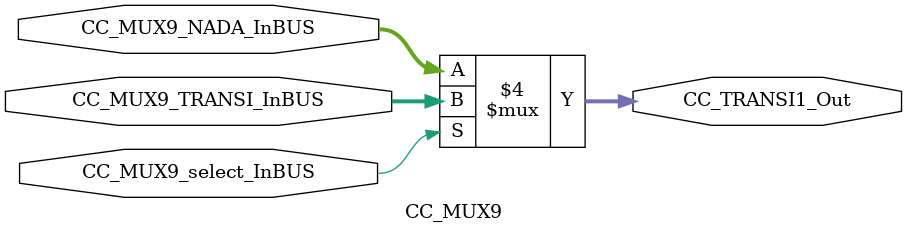
<source format=v>
/*######################################################################
//#	G0B1T: HDL EXAMPLES. 2018.
//######################################################################
//# Copyright (C) 2018. F.E.Segura-Quijano (FES) fsegura@uniandes.edu.co
//# 
//# This program is free software: you can redistribute it and/or modify
//# it under the terms of the GNU General Public License as published by
//# the Free Software Foundation, version 3 of the License.
//#
//# This program is distributed in the hope that it will be useful,
//# but WITHOUT ANY WARRANTY; without even the implied warranty of
//# MERCHANTABILITY or FITNESS FOR A PARTICULAR PURPOSE.  See the
//# GNU General Public License for more details.
//#
//# You should have received a copy of the GNU General Public License
//# along with this program.  If not, see <http://www.gnu.org/licenses/>
//####################################################################*/
///Q=======================================================
//  MODULE Definition
//=======================================================
module CC_MUX9 #(parameter MUX9_SELECTWIDTH=1,parameter MUX9_NADAWIDTH=8, parameter MUX9_TRANSIWIDTH=8)(
//////////// OUTPUTS //////////
	CC_TRANSI1_Out,
//////////// INPUTS //////////
	CC_MUX9_select_InBUS,
	CC_MUX9_NADA_InBUS,
	CC_MUX9_TRANSI_InBUS
);
//=======================================================
//  PARAMETER declarations
//=======================================================

//=======================================================
//  PORT declarations
//=======================================================
output	reg [MUX9_NADAWIDTH-1:0]CC_TRANSI1_Out;
input 	[MUX9_SELECTWIDTH-1:0] CC_MUX9_select_InBUS;
input 	[MUX9_NADAWIDTH-1:0] CC_MUX9_NADA_InBUS;
input 	[MUX9_TRANSIWIDTH-1:0] CC_MUX9_TRANSI_InBUS;
//=======================================================Q/
///A=======================================================
//  REG/WIRE declarations
//=======================================================

//=======================================================
//  Structural coding
//=======================================================
always @(*)
begin
   if( CC_MUX9_select_InBUS == 0)
      CC_TRANSI1_Out = CC_MUX9_NADA_InBUS;
   else //if( CC_MUX9_select_InBUS == 1)
      CC_TRANSI1_Out = CC_MUX9_TRANSI_InBUS;
end

endmodule
</source>
